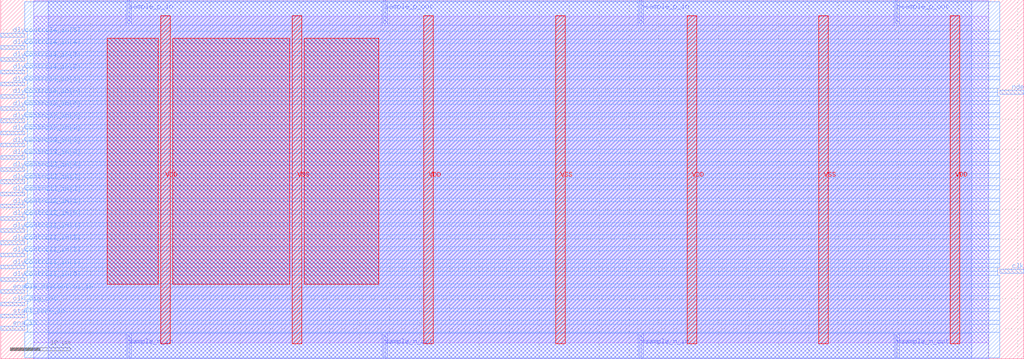
<source format=lef>
VERSION 5.7 ;
  NOWIREEXTENSIONATPIN ON ;
  DIVIDERCHAR "/" ;
  BUSBITCHARS "[]" ;
MACRO adc_clkgen_with_edgedetect
  CLASS BLOCK ;
  FOREIGN adc_clkgen_with_edgedetect ;
  ORIGIN 0.000 0.000 ;
  SIZE 171.000 BY 60.000 ;
  PIN VDD
    DIRECTION INOUT ;
    USE POWER ;
    PORT
      LAYER met4 ;
        RECT 26.720 2.480 28.320 57.360 ;
    END
    PORT
      LAYER met4 ;
        RECT 70.720 2.480 72.320 57.360 ;
    END
    PORT
      LAYER met4 ;
        RECT 114.720 2.480 116.320 57.360 ;
    END
    PORT
      LAYER met4 ;
        RECT 158.720 2.480 160.320 57.360 ;
    END
  END VDD
  PIN VSS
    DIRECTION INOUT ;
    USE GROUND ;
    PORT
      LAYER met4 ;
        RECT 48.720 2.480 50.320 57.360 ;
    END
    PORT
      LAYER met4 ;
        RECT 92.720 2.480 94.320 57.360 ;
    END
    PORT
      LAYER met4 ;
        RECT 136.720 2.480 138.320 57.360 ;
    END
  END VSS
  PIN clk_comp_out
    DIRECTION OUTPUT TRISTATE ;
    USE SIGNAL ;
    PORT
      LAYER met3 ;
        RECT 167.000 14.320 171.000 14.920 ;
    END
  END clk_comp_out
  PIN clk_dig_out
    DIRECTION OUTPUT TRISTATE ;
    USE SIGNAL ;
    PORT
      LAYER met3 ;
        RECT 0.000 8.880 4.000 9.480 ;
    END
  END clk_dig_out
  PIN dlycontrol1_in[0]
    DIRECTION INPUT ;
    USE SIGNAL ;
    PORT
      LAYER met3 ;
        RECT 0.000 12.960 4.000 13.560 ;
    END
  END dlycontrol1_in[0]
  PIN dlycontrol1_in[1]
    DIRECTION INPUT ;
    USE SIGNAL ;
    PORT
      LAYER met3 ;
        RECT 0.000 15.000 4.000 15.600 ;
    END
  END dlycontrol1_in[1]
  PIN dlycontrol1_in[2]
    DIRECTION INPUT ;
    USE SIGNAL ;
    PORT
      LAYER met3 ;
        RECT 0.000 17.040 4.000 17.640 ;
    END
  END dlycontrol1_in[2]
  PIN dlycontrol1_in[3]
    DIRECTION INPUT ;
    USE SIGNAL ;
    PORT
      LAYER met3 ;
        RECT 0.000 19.080 4.000 19.680 ;
    END
  END dlycontrol1_in[3]
  PIN dlycontrol1_in[4]
    DIRECTION INPUT ;
    USE SIGNAL ;
    PORT
      LAYER met3 ;
        RECT 0.000 21.120 4.000 21.720 ;
    END
  END dlycontrol1_in[4]
  PIN dlycontrol2_in[0]
    DIRECTION INPUT ;
    USE SIGNAL ;
    PORT
      LAYER met3 ;
        RECT 0.000 23.160 4.000 23.760 ;
    END
  END dlycontrol2_in[0]
  PIN dlycontrol2_in[1]
    DIRECTION INPUT ;
    USE SIGNAL ;
    PORT
      LAYER met3 ;
        RECT 0.000 25.200 4.000 25.800 ;
    END
  END dlycontrol2_in[1]
  PIN dlycontrol2_in[2]
    DIRECTION INPUT ;
    USE SIGNAL ;
    PORT
      LAYER met3 ;
        RECT 0.000 27.240 4.000 27.840 ;
    END
  END dlycontrol2_in[2]
  PIN dlycontrol2_in[3]
    DIRECTION INPUT ;
    USE SIGNAL ;
    PORT
      LAYER met3 ;
        RECT 0.000 29.280 4.000 29.880 ;
    END
  END dlycontrol2_in[3]
  PIN dlycontrol2_in[4]
    DIRECTION INPUT ;
    USE SIGNAL ;
    PORT
      LAYER met3 ;
        RECT 0.000 31.320 4.000 31.920 ;
    END
  END dlycontrol2_in[4]
  PIN dlycontrol3_in[0]
    DIRECTION INPUT ;
    USE SIGNAL ;
    PORT
      LAYER met3 ;
        RECT 0.000 33.360 4.000 33.960 ;
    END
  END dlycontrol3_in[0]
  PIN dlycontrol3_in[1]
    DIRECTION INPUT ;
    USE SIGNAL ;
    PORT
      LAYER met3 ;
        RECT 0.000 35.400 4.000 36.000 ;
    END
  END dlycontrol3_in[1]
  PIN dlycontrol3_in[2]
    DIRECTION INPUT ;
    USE SIGNAL ;
    PORT
      LAYER met3 ;
        RECT 0.000 37.440 4.000 38.040 ;
    END
  END dlycontrol3_in[2]
  PIN dlycontrol3_in[3]
    DIRECTION INPUT ;
    USE SIGNAL ;
    PORT
      LAYER met3 ;
        RECT 0.000 39.480 4.000 40.080 ;
    END
  END dlycontrol3_in[3]
  PIN dlycontrol3_in[4]
    DIRECTION INPUT ;
    USE SIGNAL ;
    PORT
      LAYER met3 ;
        RECT 0.000 41.520 4.000 42.120 ;
    END
  END dlycontrol3_in[4]
  PIN dlycontrol4_in[0]
    DIRECTION INPUT ;
    USE SIGNAL ;
    PORT
      LAYER met3 ;
        RECT 0.000 43.560 4.000 44.160 ;
    END
  END dlycontrol4_in[0]
  PIN dlycontrol4_in[1]
    DIRECTION INPUT ;
    USE SIGNAL ;
    PORT
      LAYER met3 ;
        RECT 0.000 45.600 4.000 46.200 ;
    END
  END dlycontrol4_in[1]
  PIN dlycontrol4_in[2]
    DIRECTION INPUT ;
    USE SIGNAL ;
    PORT
      LAYER met3 ;
        RECT 0.000 47.640 4.000 48.240 ;
    END
  END dlycontrol4_in[2]
  PIN dlycontrol4_in[3]
    DIRECTION INPUT ;
    USE SIGNAL ;
    PORT
      LAYER met3 ;
        RECT 0.000 49.680 4.000 50.280 ;
    END
  END dlycontrol4_in[3]
  PIN dlycontrol4_in[4]
    DIRECTION INPUT ;
    USE SIGNAL ;
    PORT
      LAYER met3 ;
        RECT 0.000 51.720 4.000 52.320 ;
    END
  END dlycontrol4_in[4]
  PIN dlycontrol4_in[5]
    DIRECTION INPUT ;
    USE SIGNAL ;
    PORT
      LAYER met3 ;
        RECT 0.000 53.760 4.000 54.360 ;
    END
  END dlycontrol4_in[5]
  PIN ena_in
    DIRECTION INPUT ;
    USE SIGNAL ;
    PORT
      LAYER met3 ;
        RECT 0.000 4.800 4.000 5.400 ;
    END
  END ena_in
  PIN enable_dlycontrol_in
    DIRECTION INPUT ;
    USE SIGNAL ;
    PORT
      LAYER met3 ;
        RECT 0.000 10.920 4.000 11.520 ;
    END
  END enable_dlycontrol_in
  PIN ndecision_finish_in
    DIRECTION INPUT ;
    USE SIGNAL ;
    PORT
      LAYER met3 ;
        RECT 167.000 44.240 171.000 44.840 ;
    END
  END ndecision_finish_in
  PIN nsample_n_in
    DIRECTION INPUT ;
    USE SIGNAL ;
    PORT
      LAYER met2 ;
        RECT 106.810 0.000 107.090 4.000 ;
    END
  END nsample_n_in
  PIN nsample_n_out
    DIRECTION OUTPUT TRISTATE ;
    USE SIGNAL ;
    PORT
      LAYER met2 ;
        RECT 149.590 0.000 149.870 4.000 ;
    END
  END nsample_n_out
  PIN nsample_p_in
    DIRECTION INPUT ;
    USE SIGNAL ;
    PORT
      LAYER met2 ;
        RECT 106.810 56.000 107.090 60.000 ;
    END
  END nsample_p_in
  PIN nsample_p_out
    DIRECTION OUTPUT TRISTATE ;
    USE SIGNAL ;
    PORT
      LAYER met2 ;
        RECT 149.590 56.000 149.870 60.000 ;
    END
  END nsample_p_out
  PIN sample_n_in
    DIRECTION INPUT ;
    USE SIGNAL ;
    PORT
      LAYER met2 ;
        RECT 21.250 0.000 21.530 4.000 ;
    END
  END sample_n_in
  PIN sample_n_out
    DIRECTION OUTPUT TRISTATE ;
    USE SIGNAL ;
    PORT
      LAYER met2 ;
        RECT 64.030 0.000 64.310 4.000 ;
    END
  END sample_n_out
  PIN sample_p_in
    DIRECTION INPUT ;
    USE SIGNAL ;
    PORT
      LAYER met2 ;
        RECT 21.250 56.000 21.530 60.000 ;
    END
  END sample_p_in
  PIN sample_p_out
    DIRECTION OUTPUT TRISTATE ;
    USE SIGNAL ;
    PORT
      LAYER met2 ;
        RECT 64.030 56.000 64.310 60.000 ;
    END
  END sample_p_out
  PIN start_conv_in
    DIRECTION INPUT ;
    USE SIGNAL ;
    PORT
      LAYER met3 ;
        RECT 0.000 6.840 4.000 7.440 ;
    END
  END start_conv_in
  OBS
      LAYER li1 ;
        RECT 5.520 2.635 165.140 57.205 ;
      LAYER met1 ;
        RECT 5.520 0.040 165.140 59.800 ;
      LAYER met2 ;
        RECT 7.920 55.720 20.970 59.830 ;
        RECT 21.810 55.720 63.750 59.830 ;
        RECT 64.590 55.720 106.530 59.830 ;
        RECT 107.370 55.720 149.310 59.830 ;
        RECT 150.150 55.720 162.280 59.830 ;
        RECT 7.920 4.280 162.280 55.720 ;
        RECT 7.920 0.010 20.970 4.280 ;
        RECT 21.810 0.010 63.750 4.280 ;
        RECT 64.590 0.010 106.530 4.280 ;
        RECT 107.370 0.010 149.310 4.280 ;
        RECT 150.150 0.010 162.280 4.280 ;
      LAYER met3 ;
        RECT 4.000 54.760 167.000 59.665 ;
        RECT 4.400 53.360 167.000 54.760 ;
        RECT 4.000 52.720 167.000 53.360 ;
        RECT 4.400 51.320 167.000 52.720 ;
        RECT 4.000 50.680 167.000 51.320 ;
        RECT 4.400 49.280 167.000 50.680 ;
        RECT 4.000 48.640 167.000 49.280 ;
        RECT 4.400 47.240 167.000 48.640 ;
        RECT 4.000 46.600 167.000 47.240 ;
        RECT 4.400 45.240 167.000 46.600 ;
        RECT 4.400 45.200 166.600 45.240 ;
        RECT 4.000 44.560 166.600 45.200 ;
        RECT 4.400 43.840 166.600 44.560 ;
        RECT 4.400 43.160 167.000 43.840 ;
        RECT 4.000 42.520 167.000 43.160 ;
        RECT 4.400 41.120 167.000 42.520 ;
        RECT 4.000 40.480 167.000 41.120 ;
        RECT 4.400 39.080 167.000 40.480 ;
        RECT 4.000 38.440 167.000 39.080 ;
        RECT 4.400 37.040 167.000 38.440 ;
        RECT 4.000 36.400 167.000 37.040 ;
        RECT 4.400 35.000 167.000 36.400 ;
        RECT 4.000 34.360 167.000 35.000 ;
        RECT 4.400 32.960 167.000 34.360 ;
        RECT 4.000 32.320 167.000 32.960 ;
        RECT 4.400 30.920 167.000 32.320 ;
        RECT 4.000 30.280 167.000 30.920 ;
        RECT 4.400 28.880 167.000 30.280 ;
        RECT 4.000 28.240 167.000 28.880 ;
        RECT 4.400 26.840 167.000 28.240 ;
        RECT 4.000 26.200 167.000 26.840 ;
        RECT 4.400 24.800 167.000 26.200 ;
        RECT 4.000 24.160 167.000 24.800 ;
        RECT 4.400 22.760 167.000 24.160 ;
        RECT 4.000 22.120 167.000 22.760 ;
        RECT 4.400 20.720 167.000 22.120 ;
        RECT 4.000 20.080 167.000 20.720 ;
        RECT 4.400 18.680 167.000 20.080 ;
        RECT 4.000 18.040 167.000 18.680 ;
        RECT 4.400 16.640 167.000 18.040 ;
        RECT 4.000 16.000 167.000 16.640 ;
        RECT 4.400 15.320 167.000 16.000 ;
        RECT 4.400 14.600 166.600 15.320 ;
        RECT 4.000 13.960 166.600 14.600 ;
        RECT 4.400 13.920 166.600 13.960 ;
        RECT 4.400 12.560 167.000 13.920 ;
        RECT 4.000 11.920 167.000 12.560 ;
        RECT 4.400 10.520 167.000 11.920 ;
        RECT 4.000 9.880 167.000 10.520 ;
        RECT 4.400 8.480 167.000 9.880 ;
        RECT 4.000 7.840 167.000 8.480 ;
        RECT 4.400 6.440 167.000 7.840 ;
        RECT 4.000 5.800 167.000 6.440 ;
        RECT 4.400 4.400 167.000 5.800 ;
        RECT 4.000 0.175 167.000 4.400 ;
      LAYER met4 ;
        RECT 17.775 12.415 26.320 53.545 ;
        RECT 28.720 12.415 48.320 53.545 ;
        RECT 50.720 12.415 63.185 53.545 ;
  END
END adc_clkgen_with_edgedetect
END LIBRARY


</source>
